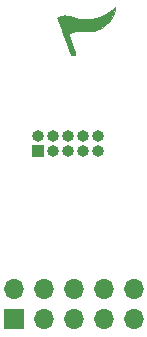
<source format=gbr>
%TF.GenerationSoftware,KiCad,Pcbnew,5.1.10*%
%TF.CreationDate,2021-08-07T23:12:06+02:00*%
%TF.ProjectId,debugconn-2side,64656275-6763-46f6-9e6e-2d3273696465,rev?*%
%TF.SameCoordinates,Original*%
%TF.FileFunction,Soldermask,Bot*%
%TF.FilePolarity,Negative*%
%FSLAX46Y46*%
G04 Gerber Fmt 4.6, Leading zero omitted, Abs format (unit mm)*
G04 Created by KiCad (PCBNEW 5.1.10) date 2021-08-07 23:12:06*
%MOMM*%
%LPD*%
G01*
G04 APERTURE LIST*
%ADD10C,0.010000*%
%ADD11O,1.000000X1.000000*%
%ADD12R,1.000000X1.000000*%
%ADD13R,1.700000X1.700000*%
%ADD14O,1.700000X1.700000*%
G04 APERTURE END LIST*
D10*
%TO.C,G1*%
G36*
X163446608Y-58796348D02*
G01*
X163248426Y-58944479D01*
X163025094Y-59095041D01*
X162798260Y-59234120D01*
X162589573Y-59347800D01*
X162585729Y-59349721D01*
X162256180Y-59497170D01*
X161937889Y-59602213D01*
X161614117Y-59668722D01*
X161268123Y-59700564D01*
X161050111Y-59704670D01*
X160820853Y-59699808D01*
X160619647Y-59685178D01*
X160428774Y-59657918D01*
X160230519Y-59615165D01*
X160007165Y-59554056D01*
X159880172Y-59515609D01*
X159715095Y-59466263D01*
X159586427Y-59433152D01*
X159477537Y-59413199D01*
X159371798Y-59403326D01*
X159258000Y-59400476D01*
X159114648Y-59403337D01*
X159005275Y-59415739D01*
X158907733Y-59441254D01*
X158835053Y-59468655D01*
X158746635Y-59510571D01*
X158682654Y-59551584D01*
X158658284Y-59580256D01*
X158666231Y-59613844D01*
X158691868Y-59695645D01*
X158733526Y-59820848D01*
X158789535Y-59984647D01*
X158858224Y-60182231D01*
X158937925Y-60408794D01*
X159026966Y-60659526D01*
X159123677Y-60929620D01*
X159212106Y-61174810D01*
X159773748Y-62727032D01*
X159925096Y-62731422D01*
X160020535Y-62731489D01*
X160098123Y-62726837D01*
X160125833Y-62722297D01*
X160167739Y-62693798D01*
X160175222Y-62672730D01*
X160166502Y-62637960D01*
X160141793Y-62556500D01*
X160103276Y-62435097D01*
X160053129Y-62280503D01*
X159993531Y-62099466D01*
X159926661Y-61898736D01*
X159892316Y-61796467D01*
X159810646Y-61556055D01*
X159745429Y-61363700D01*
X159697182Y-61213312D01*
X159666424Y-61098797D01*
X159653670Y-61014066D01*
X159659440Y-60953027D01*
X159684251Y-60909588D01*
X159728621Y-60877659D01*
X159793067Y-60851147D01*
X159878107Y-60823962D01*
X159977667Y-60792223D01*
X160105105Y-60751000D01*
X160198723Y-60726392D01*
X160277794Y-60715855D01*
X160361593Y-60716847D01*
X160469392Y-60726824D01*
X160471556Y-60727057D01*
X160584929Y-60735964D01*
X160736666Y-60743187D01*
X160908698Y-60748088D01*
X161082952Y-60750028D01*
X161120667Y-60749991D01*
X161367381Y-60743651D01*
X161576042Y-60724021D01*
X161764235Y-60687333D01*
X161949543Y-60629817D01*
X162149550Y-60547705D01*
X162224175Y-60513444D01*
X162476130Y-60381951D01*
X162691684Y-60237379D01*
X162890869Y-60065405D01*
X162988333Y-59967037D01*
X163136736Y-59789231D01*
X163270794Y-59587622D01*
X163383586Y-59375747D01*
X163468188Y-59167145D01*
X163517678Y-58975355D01*
X163525218Y-58917032D01*
X163542993Y-58719476D01*
X163446608Y-58796348D01*
G37*
X163446608Y-58796348D02*
X163248426Y-58944479D01*
X163025094Y-59095041D01*
X162798260Y-59234120D01*
X162589573Y-59347800D01*
X162585729Y-59349721D01*
X162256180Y-59497170D01*
X161937889Y-59602213D01*
X161614117Y-59668722D01*
X161268123Y-59700564D01*
X161050111Y-59704670D01*
X160820853Y-59699808D01*
X160619647Y-59685178D01*
X160428774Y-59657918D01*
X160230519Y-59615165D01*
X160007165Y-59554056D01*
X159880172Y-59515609D01*
X159715095Y-59466263D01*
X159586427Y-59433152D01*
X159477537Y-59413199D01*
X159371798Y-59403326D01*
X159258000Y-59400476D01*
X159114648Y-59403337D01*
X159005275Y-59415739D01*
X158907733Y-59441254D01*
X158835053Y-59468655D01*
X158746635Y-59510571D01*
X158682654Y-59551584D01*
X158658284Y-59580256D01*
X158666231Y-59613844D01*
X158691868Y-59695645D01*
X158733526Y-59820848D01*
X158789535Y-59984647D01*
X158858224Y-60182231D01*
X158937925Y-60408794D01*
X159026966Y-60659526D01*
X159123677Y-60929620D01*
X159212106Y-61174810D01*
X159773748Y-62727032D01*
X159925096Y-62731422D01*
X160020535Y-62731489D01*
X160098123Y-62726837D01*
X160125833Y-62722297D01*
X160167739Y-62693798D01*
X160175222Y-62672730D01*
X160166502Y-62637960D01*
X160141793Y-62556500D01*
X160103276Y-62435097D01*
X160053129Y-62280503D01*
X159993531Y-62099466D01*
X159926661Y-61898736D01*
X159892316Y-61796467D01*
X159810646Y-61556055D01*
X159745429Y-61363700D01*
X159697182Y-61213312D01*
X159666424Y-61098797D01*
X159653670Y-61014066D01*
X159659440Y-60953027D01*
X159684251Y-60909588D01*
X159728621Y-60877659D01*
X159793067Y-60851147D01*
X159878107Y-60823962D01*
X159977667Y-60792223D01*
X160105105Y-60751000D01*
X160198723Y-60726392D01*
X160277794Y-60715855D01*
X160361593Y-60716847D01*
X160469392Y-60726824D01*
X160471556Y-60727057D01*
X160584929Y-60735964D01*
X160736666Y-60743187D01*
X160908698Y-60748088D01*
X161082952Y-60750028D01*
X161120667Y-60749991D01*
X161367381Y-60743651D01*
X161576042Y-60724021D01*
X161764235Y-60687333D01*
X161949543Y-60629817D01*
X162149550Y-60547705D01*
X162224175Y-60513444D01*
X162476130Y-60381951D01*
X162691684Y-60237379D01*
X162890869Y-60065405D01*
X162988333Y-59967037D01*
X163136736Y-59789231D01*
X163270794Y-59587622D01*
X163383586Y-59375747D01*
X163468188Y-59167145D01*
X163517678Y-58975355D01*
X163525218Y-58917032D01*
X163542993Y-58719476D01*
X163446608Y-58796348D01*
%TD*%
D11*
%TO.C,J2*%
X162052000Y-69596000D03*
X162052000Y-70866000D03*
X160782000Y-69596000D03*
X160782000Y-70866000D03*
X159512000Y-69596000D03*
X159512000Y-70866000D03*
X158242000Y-69596000D03*
X158242000Y-70866000D03*
X156972000Y-69596000D03*
D12*
X156972000Y-70866000D03*
%TD*%
D13*
%TO.C,J1*%
X154940000Y-85090000D03*
D14*
X154940000Y-82550000D03*
X157480000Y-85090000D03*
X157480000Y-82550000D03*
X160020000Y-85090000D03*
X160020000Y-82550000D03*
X162560000Y-85090000D03*
X162560000Y-82550000D03*
X165100000Y-85090000D03*
X165100000Y-82550000D03*
%TD*%
M02*

</source>
